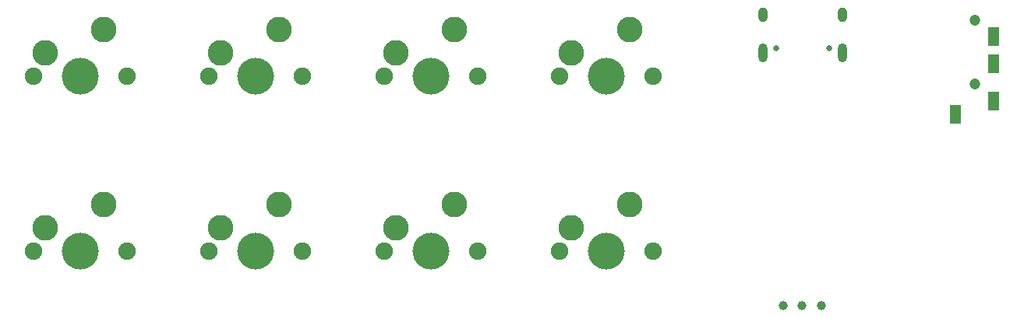
<source format=gbr>
%TF.GenerationSoftware,KiCad,Pcbnew,(6.0.9-0)*%
%TF.CreationDate,2022-12-20T20:03:51+09:00*%
%TF.ProjectId,RP2040_8key,52503230-3430-45f3-986b-65792e6b6963,rev?*%
%TF.SameCoordinates,Original*%
%TF.FileFunction,Soldermask,Bot*%
%TF.FilePolarity,Negative*%
%FSLAX46Y46*%
G04 Gerber Fmt 4.6, Leading zero omitted, Abs format (unit mm)*
G04 Created by KiCad (PCBNEW (6.0.9-0)) date 2022-12-20 20:03:51*
%MOMM*%
%LPD*%
G01*
G04 APERTURE LIST*
%ADD10C,1.910000*%
%ADD11C,4.000000*%
%ADD12C,2.800000*%
%ADD13O,1.000000X2.100000*%
%ADD14O,1.000000X1.600000*%
%ADD15C,0.650000*%
%ADD16C,1.200000*%
%ADD17R,1.200000X2.100000*%
%ADD18C,1.000000*%
G04 APERTURE END LIST*
D10*
%TO.C,SW5*%
X105080000Y-119050000D03*
D11*
X100000000Y-119050000D03*
D10*
X94920000Y-119050000D03*
D12*
X96190000Y-116510000D03*
X102540000Y-113970000D03*
%TD*%
D13*
%TO.C,J1*%
X182820000Y-97430000D03*
D14*
X174180000Y-93250000D03*
X182820000Y-93250000D03*
D13*
X174180000Y-97430000D03*
D15*
X181390000Y-96900000D03*
X175610000Y-96900000D03*
%TD*%
D10*
%TO.C,SW8*%
X152070000Y-119050000D03*
D11*
X157150000Y-119050000D03*
D10*
X162230000Y-119050000D03*
D12*
X153340000Y-116510000D03*
X159690000Y-113970000D03*
%TD*%
D10*
%TO.C,SW4*%
X162230000Y-100000000D03*
D11*
X157150000Y-100000000D03*
D10*
X152070000Y-100000000D03*
D12*
X153340000Y-97460000D03*
X159690000Y-94920000D03*
%TD*%
D10*
%TO.C,SW3*%
X143180000Y-100000000D03*
D11*
X138100000Y-100000000D03*
D10*
X133020000Y-100000000D03*
D12*
X134290000Y-97460000D03*
X140640000Y-94920000D03*
%TD*%
D11*
%TO.C,SW6*%
X119050000Y-119050000D03*
D10*
X124130000Y-119050000D03*
X113970000Y-119050000D03*
D12*
X115240000Y-116510000D03*
X121590000Y-113970000D03*
%TD*%
D10*
%TO.C,SW2*%
X113970000Y-100000000D03*
X124130000Y-100000000D03*
D11*
X119050000Y-100000000D03*
D12*
X115240000Y-97460000D03*
X121590000Y-94920000D03*
%TD*%
D10*
%TO.C,SW1*%
X94920000Y-100000000D03*
X105080000Y-100000000D03*
D11*
X100000000Y-100000000D03*
D12*
X96190000Y-97460000D03*
X102540000Y-94920000D03*
%TD*%
D16*
%TO.C,J2*%
X197200000Y-100850000D03*
X197200000Y-93850000D03*
D17*
X199300000Y-98650000D03*
X199300000Y-95650000D03*
X195100000Y-104150000D03*
X199300000Y-102650000D03*
%TD*%
D10*
%TO.C,SW7*%
X143180000Y-119050000D03*
X133020000Y-119050000D03*
D11*
X138100000Y-119050000D03*
D12*
X134290000Y-116510000D03*
X140640000Y-113970000D03*
%TD*%
D18*
%TO.C,J7*%
X180520000Y-124970000D03*
%TD*%
%TO.C,J6*%
X178430000Y-124910000D03*
%TD*%
%TO.C,J5*%
X176390000Y-124940000D03*
%TD*%
M02*

</source>
